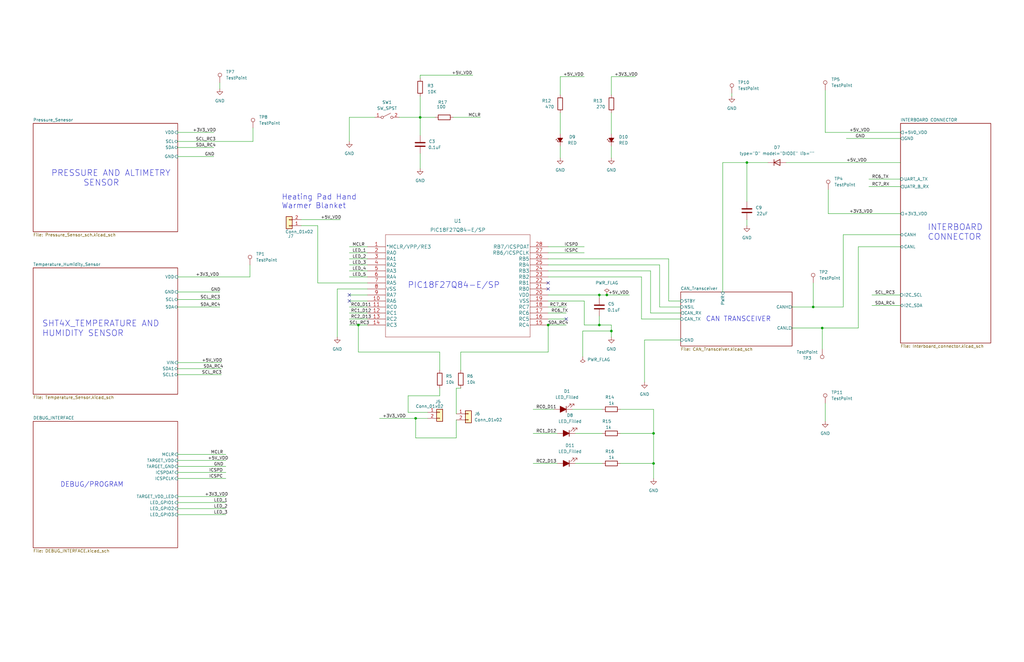
<source format=kicad_sch>
(kicad_sch (version 20211123) (generator eeschema)
  (paper "B")
  (title_block (title "ColodaroCUBE Payloads") (date "2022-01-26"))
  (lib_symbols
    (symbol "2022-01-25_01-41-04:PIC18F27Q84-E{slash}SP" (pin_names (offset 0.254))
      (property "Reference" "U" (at 38.1 10.16 0))
      (property "Value" "PIC18F27Q84-E{slash}SP" (at 38.1 7.62 0))
      (symbol "PIC18F27Q84-E{slash}SP_1_1"
        (polyline (pts (xy 7.62 -38.1) (xy 68.58 -38.1)) (stroke (width 0.127)))
        (polyline (pts (xy 7.62 5.08) (xy 7.62 -38.1)) (stroke (width 0.127)))
        (polyline (pts (xy 68.58 -38.1) (xy 68.58 5.08)) (stroke (width 0.127)))
        (polyline (pts (xy 68.58 5.08) (xy 7.62 5.08)) (stroke (width 0.127)))
        (pin bidirectional line (at 0 0 0) (length 7.62) (name "*MCLR/VPP/RE3") (number "1"))
        (pin bidirectional line (at 0 -22.86 0) (length 7.62) (name "RA6") (number "10"))
        (pin bidirectional line (at 0 -25.4 0) (length 7.62) (name "RC0") (number "11"))
        (pin bidirectional line (at 0 -27.94 0) (length 7.62) (name "RC1") (number "12"))
        (pin bidirectional line (at 0 -30.48 0) (length 7.62) (name "RC2") (number "13"))
        (pin bidirectional line (at 0 -33.02 0) (length 7.62) (name "RC3") (number "14"))
        (pin bidirectional line (at 76.2 -33.02 180) (length 7.62) (name "RC4") (number "15"))
        (pin bidirectional line (at 76.2 -30.48 180) (length 7.62) (name "RC5") (number "16"))
        (pin bidirectional line (at 76.2 -27.94 180) (length 7.62) (name "RC6") (number "17"))
        (pin bidirectional line (at 76.2 -25.4 180) (length 7.62) (name "RC7") (number "18"))
        (pin power_in line (at 76.2 -22.86 180) (length 7.62) (name "VSS") (number "19"))
        (pin bidirectional line (at 0 -2.54 0) (length 7.62) (name "RA0") (number "2"))
        (pin power_in line (at 76.2 -20.32 180) (length 7.62) (name "VDD") (number "20"))
        (pin bidirectional line (at 76.2 -17.78 180) (length 7.62) (name "RB0") (number "21"))
        (pin bidirectional line (at 76.2 -15.24 180) (length 7.62) (name "RB1") (number "22"))
        (pin bidirectional line (at 76.2 -12.7 180) (length 7.62) (name "RB2") (number "23"))
        (pin bidirectional line (at 76.2 -10.16 180) (length 7.62) (name "RB3") (number "24"))
        (pin bidirectional line (at 76.2 -7.62 180) (length 7.62) (name "RB4") (number "25"))
        (pin bidirectional line (at 76.2 -5.08 180) (length 7.62) (name "RB5") (number "26"))
        (pin bidirectional line (at 76.2 -2.54 180) (length 7.62) (name "RB6/ICSPCLK") (number "27"))
        (pin bidirectional line (at 76.2 0 180) (length 7.62) (name "RB7/ICSPDAT") (number "28"))
        (pin bidirectional line (at 0 -5.08 0) (length 7.62) (name "RA1") (number "3"))
        (pin bidirectional line (at 0 -7.62 0) (length 7.62) (name "RA2") (number "4"))
        (pin bidirectional line (at 0 -10.16 0) (length 7.62) (name "RA3") (number "5"))
        (pin bidirectional line (at 0 -12.7 0) (length 7.62) (name "RA4") (number "6"))
        (pin bidirectional line (at 0 -15.24 0) (length 7.62) (name "RA5") (number "7"))
        (pin power_in line (at 0 -17.78 0) (length 7.62) (name "VSS") (number "8"))
        (pin bidirectional line (at 0 -20.32 0) (length 7.62) (name "RA7") (number "9"))
      )
    )
    (symbol "Connector:TestPoint" (pin_numbers hide) (pin_names (offset 0.762) hide)
      (property "Reference" "TP" (at 0 6.858 0))
      (property "Value" "TestPoint" (at 0 5.08 0))
      (symbol "TestPoint_0_1"
        (circle (center 0 3.302) (radius 0.762))
      )
      (symbol "TestPoint_1_1"
        (pin passive line (at 0 0 90) (length 2.54) (name "1") (number "1"))
      )
    )
    (symbol "Connector_Generic:Conn_01x02" (pin_names (offset 1.016) hide)
      (property "Reference" "J" (at 0 2.54 0))
      (property "Value" "Conn_01x02" (at 0 -5.08 0))
      (symbol "Conn_01x02_1_1"
        (rectangle (start -1.27 -2.413) (end 0 -2.667) (stroke (width 0.1524)))
        (rectangle (start -1.27 0.127) (end 0 -0.127) (stroke (width 0.1524)))
        (rectangle (start -1.27 1.27) (end 1.27 -3.81) (stroke (width 0.254)) (fill (type background)))
        (pin passive line (at -5.08 0 0) (length 3.81) (name "Pin_1") (number "1"))
        (pin passive line (at -5.08 -2.54 0) (length 3.81) (name "Pin_2") (number "2"))
      )
    )
    (symbol "Device:C" (pin_numbers hide) (pin_names (offset 0.254))
      (property "Reference" "C" (at 0.635 2.54 0))
      (property "Value" "C" (at 0.635 -2.54 0))
      (symbol "C_0_1"
        (polyline (pts (xy -2.032 -0.762) (xy 2.032 -0.762)) (stroke (width 0.508)))
        (polyline (pts (xy -2.032 0.762) (xy 2.032 0.762)) (stroke (width 0.508)))
      )
      (symbol "C_1_1"
        (pin passive line (at 0 3.81 270) (length 2.794) (name "~") (number "1"))
        (pin passive line (at 0 -3.81 90) (length 2.794) (name "~") (number "2"))
      )
    )
    (symbol "Device:LED_Filled" (pin_numbers hide) (pin_names (offset 1.016) hide)
      (property "Reference" "D" (at 0 2.54 0))
      (property "Value" "LED_Filled" (at 0 -2.54 0))
      (symbol "LED_Filled_0_1"
        (polyline (pts (xy -1.27 -1.27) (xy -1.27 1.27)) (stroke (width 0.254)))
        (polyline (pts (xy -1.27 0) (xy 1.27 0)))
        (polyline (pts (xy 1.27 -1.27) (xy 1.27 1.27) (xy -1.27 0) (xy 1.27 -1.27)) (stroke (width 0.254)) (fill (type outline)))
        (polyline (pts (xy -3.048 -0.762) (xy -4.572 -2.286) (xy -3.81 -2.286) (xy -4.572 -2.286) (xy -4.572 -1.524)))
        (polyline (pts (xy -1.778 -0.762) (xy -3.302 -2.286) (xy -2.54 -2.286) (xy -3.302 -2.286) (xy -3.302 -1.524)))
      )
      (symbol "LED_Filled_1_1"
        (pin passive line (at -3.81 0 0) (length 2.54) (name "K") (number "1"))
        (pin passive line (at 3.81 0 180) (length 2.54) (name "A") (number "2"))
      )
    )
    (symbol "Device:LED_Small_Filled" (pin_numbers hide) (pin_names (offset 0.254) hide)
      (property "Reference" "D" (at -1.27 3.175 0))
      (property "Value" "LED_Small_Filled" (at -4.445 -2.54 0))
      (symbol "LED_Small_Filled_0_1"
        (polyline (pts (xy -0.762 -1.016) (xy -0.762 1.016)) (stroke (width 0.254)))
        (polyline (pts (xy 1.016 0) (xy -0.762 0)))
        (polyline (pts (xy 0.762 -1.016) (xy -0.762 0) (xy 0.762 1.016) (xy 0.762 -1.016)) (stroke (width 0.254)) (fill (type outline)))
        (polyline (pts (xy 0 0.762) (xy -0.508 1.27) (xy -0.254 1.27) (xy -0.508 1.27) (xy -0.508 1.016)))
        (polyline (pts (xy 0.508 1.27) (xy 0 1.778) (xy 0.254 1.778) (xy 0 1.778) (xy 0 1.524)))
      )
      (symbol "LED_Small_Filled_1_1"
        (pin passive line (at -2.54 0 0) (length 1.778) (name "K") (number "1"))
        (pin passive line (at 2.54 0 180) (length 1.778) (name "A") (number "2"))
      )
    )
    (symbol "Device:R" (pin_numbers hide) (pin_names (offset 0))
      (property "Reference" "R" (at 2.032 0 90))
      (property "Value" "R" (at 0 0 90))
      (symbol "R_0_1"
        (rectangle (start -1.016 -2.54) (end 1.016 2.54) (stroke (width 0.254)))
      )
      (symbol "R_1_1"
        (pin passive line (at 0 3.81 270) (length 1.27) (name "~") (number "1"))
        (pin passive line (at 0 -3.81 90) (length 1.27) (name "~") (number "2"))
      )
    )
    (symbol "Simulation_SPICE:DIODE" (pin_numbers hide) (pin_names (offset 1.016) hide)
      (property "Reference" "D" (at 0 2.54 0))
      (property "Value" "DIODE" (at 0 -2.54 0))
      (symbol "DIODE_0_1"
        (polyline (pts (xy 1.27 0) (xy -1.27 0)))
        (polyline (pts (xy 1.27 1.27) (xy 1.27 -1.27)) (stroke (width 0.254)))
        (polyline (pts (xy -1.27 -1.27) (xy -1.27 1.27) (xy 1.27 0) (xy -1.27 -1.27)) (stroke (width 0.254)))
      )
      (symbol "DIODE_1_1"
        (pin passive line (at -3.81 0 0) (length 2.54) (name "A") (number "1"))
        (pin passive line (at 3.81 0 180) (length 2.54) (name "K") (number "2"))
      )
    )
    (symbol "Switch:SW_SPST" (pin_names (offset 0) hide)
      (property "Reference" "SW" (at 0 3.175 0))
      (property "Value" "SW_SPST" (at 0 -2.54 0))
      (symbol "SW_SPST_0_0"
        (circle (center -2.032 0) (radius 0.508))
        (polyline (pts (xy -1.524 0.254) (xy 1.524 1.778)))
        (circle (center 2.032 0) (radius 0.508))
      )
      (symbol "SW_SPST_1_1"
        (pin passive line (at -5.08 0 0) (length 2.54) (name "A") (number "1"))
        (pin passive line (at 5.08 0 180) (length 2.54) (name "B") (number "2"))
      )
    )
    (symbol "power:GND" (power) (pin_names (offset 0))
      (property "Value" "GND" (at 0 -3.81 0))
      (symbol "GND_0_1"
        (polyline (pts (xy 0 0) (xy 0 -1.27) (xy 1.27 -1.27) (xy 0 -2.54) (xy -1.27 -1.27) (xy 0 -1.27)))
      )
      (symbol "GND_1_1"
        (pin power_in line (at 0 0 270) (length 0) hide (name "GND") (number "1"))
      )
    )
    (symbol "power:PWR_FLAG" (power) (pin_numbers hide) (pin_names (offset 0) hide)
      (property "Value" "PWR_FLAG" (at 0 3.81 0))
      (symbol "PWR_FLAG_0_0"
        (pin power_out line (at 0 0 90) (length 0) (name "pwr") (number "1"))
      )
      (symbol "PWR_FLAG_0_1"
        (polyline (pts (xy 0 0) (xy 0 1.27) (xy -1.016 1.905) (xy 0 2.54) (xy 1.016 1.905) (xy 0 1.27)))
      )
    )
  )
  (junction (at 275.59 195.58))
  (junction (at 177.165 49.53))
  (junction (at 255.905 124.46))
  (junction (at 275.59 182.88))
  (junction (at 252.73 137.16))
  (junction (at 342.9 129.54))
  (junction (at 252.73 124.46))
  (junction (at 257.81 139.7))
  (junction (at 151.13 137.16))
  (junction (at 175.26 176.53))
  (junction (at 346.71 138.43))
  (junction (at 314.96 68.58))
  (junction (at 231.14 137.16))
  (no_connect (at 231.14 119.38))
  (no_connect (at 231.14 121.92))
  (no_connect (at 238.76 134.62))
  (no_connect (at 147.32 124.46))
  (no_connect (at 147.32 127))
  (wire (pts (xy 366.395 75.565) (xy 379.73 75.565)))
  (wire (pts (xy 127 95.25) (xy 133.985 95.25)))
  (wire (pts (xy 177.165 49.53) (xy 183.515 49.53)))
  (wire (pts (xy 74.93 126.365) (xy 92.71 126.365)))
  (wire (pts (xy 278.13 111.76) (xy 278.13 129.54)))
  (wire (pts (xy 355.6 99.06) (xy 355.6 129.54)))
  (wire (pts (xy 192.405 163.83) (xy 194.31 163.83)))
  (wire (pts (xy 74.93 201.93) (xy 95.25 201.93)))
  (wire (pts (xy 175.26 176.53) (xy 180.34 176.53)))
  (wire (pts (xy 147.32 132.08) (xy 154.94 132.08)))
  (wire (pts (xy 147.32 127) (xy 154.94 127)))
  (wire (pts (xy 74.93 209.55) (xy 95.25 209.55)))
  (wire (pts (xy 367.665 128.905) (xy 379.73 128.905)))
  (wire (pts (xy 231.14 104.14) (xy 246.38 104.14)))
  (wire (pts (xy 74.93 199.39) (xy 95.25 199.39)))
  (wire (pts (xy 192.405 177.165) (xy 192.405 184.785)))
  (wire (pts (xy 231.14 114.3) (xy 274.32 114.3)))
  (wire (pts (xy 147.32 116.84) (xy 154.94 116.84)))
  (wire (pts (xy 304.8 68.58) (xy 304.8 123.19)))
  (wire (pts (xy 236.22 40.005) (xy 236.22 32.385)))
  (wire (pts (xy 242.57 182.88) (xy 254 182.88)))
  (wire (pts (xy 342.9 119.38) (xy 342.9 129.54)))
  (wire (pts (xy 74.93 212.09) (xy 95.25 212.09)))
  (wire (pts (xy 224.79 195.58) (xy 234.95 195.58)))
  (wire (pts (xy 274.32 132.08) (xy 287.02 132.08)))
  (wire (pts (xy 185.42 156.21) (xy 185.42 148.59)))
  (wire (pts (xy 255.905 124.46) (xy 265.43 124.46)))
  (wire (pts (xy 192.405 174.625) (xy 192.405 163.83)))
  (wire (pts (xy 192.405 184.785) (xy 175.26 184.785)))
  (wire (pts (xy 177.165 64.77) (xy 177.165 71.12)))
  (wire (pts (xy 133.985 95.25) (xy 133.985 119.38)))
  (wire (pts (xy 231.14 106.68) (xy 246.38 106.68)))
  (wire (pts (xy 224.79 172.72) (xy 233.68 172.72)))
  (wire (pts (xy 257.81 47.625) (xy 257.81 56.515)))
  (wire (pts (xy 74.93 217.17) (xy 95.25 217.17)))
  (wire (pts (xy 367.665 124.46) (xy 379.73 124.46)))
  (wire (pts (xy 236.22 47.625) (xy 236.22 56.515)))
  (wire (pts (xy 349.25 90.17) (xy 379.73 90.17)))
  (wire (pts (xy 281.94 109.22) (xy 281.94 127)))
  (wire (pts (xy 281.94 127) (xy 287.02 127)))
  (wire (pts (xy 177.165 31.75) (xy 199.39 31.75)))
  (wire (pts (xy 349.25 80.01) (xy 349.25 90.17)))
  (wire (pts (xy 356.87 58.42) (xy 379.73 58.42)))
  (wire (pts (xy 275.59 182.88) (xy 275.59 195.58)))
  (wire (pts (xy 177.165 33.02) (xy 177.165 31.75)))
  (wire (pts (xy 147.32 137.16) (xy 151.13 137.16)))
  (wire (pts (xy 147.32 114.3) (xy 154.94 114.3)))
  (wire (pts (xy 151.13 148.59) (xy 151.13 137.16)))
  (wire (pts (xy 257.81 137.16) (xy 252.73 137.16)))
  (wire (pts (xy 177.165 49.53) (xy 177.165 57.15)))
  (wire (pts (xy 74.93 129.54) (xy 92.71 129.54)))
  (wire (pts (xy 257.81 61.595) (xy 257.81 66.675)))
  (wire (pts (xy 231.14 129.54) (xy 238.76 129.54)))
  (wire (pts (xy 275.59 195.58) (xy 275.59 201.93)))
  (wire (pts (xy 151.13 137.16) (xy 154.94 137.16)))
  (wire (pts (xy 74.93 59.69) (xy 106.68 59.69)))
  (wire (pts (xy 74.93 55.88) (xy 90.17 55.88)))
  (wire (pts (xy 74.93 191.77) (xy 95.25 191.77)))
  (wire (pts (xy 231.14 137.16) (xy 238.76 137.16)))
  (wire (pts (xy 261.62 172.72) (xy 275.59 172.72)))
  (wire (pts (xy 346.71 138.43) (xy 346.71 147.32)))
  (wire (pts (xy 147.32 124.46) (xy 154.94 124.46)))
  (wire (pts (xy 261.62 182.88) (xy 275.59 182.88)))
  (wire (pts (xy 270.51 134.62) (xy 287.02 134.62)))
  (wire (pts (xy 172.085 173.99) (xy 180.34 173.99)))
  (wire (pts (xy 147.32 134.62) (xy 154.94 134.62)))
  (wire (pts (xy 105.41 111.76) (xy 105.41 116.84)))
  (wire (pts (xy 242.57 195.58) (xy 254 195.58)))
  (wire (pts (xy 274.32 114.3) (xy 274.32 132.08)))
  (wire (pts (xy 142.24 121.92) (xy 142.24 142.24)))
  (wire (pts (xy 231.14 134.62) (xy 238.76 134.62)))
  (wire (pts (xy 347.98 55.88) (xy 379.73 55.88)))
  (wire (pts (xy 231.14 127) (xy 246.38 127)))
  (wire (pts (xy 246.38 127) (xy 246.38 137.16)))
  (wire (pts (xy 261.62 195.58) (xy 275.59 195.58)))
  (wire (pts (xy 257.81 32.385) (xy 267.97 32.385)))
  (wire (pts (xy 147.32 129.54) (xy 154.94 129.54)))
  (wire (pts (xy 194.31 148.59) (xy 231.14 148.59)))
  (wire (pts (xy 231.14 109.22) (xy 281.94 109.22)))
  (wire (pts (xy 224.79 182.88) (xy 234.95 182.88)))
  (wire (pts (xy 74.93 66.04) (xy 90.17 66.04)))
  (wire (pts (xy 74.93 158.115) (xy 93.345 158.115)))
  (wire (pts (xy 127 92.71) (xy 143.51 92.71)))
  (wire (pts (xy 346.71 138.43) (xy 361.95 138.43)))
  (wire (pts (xy 361.95 104.14) (xy 361.95 138.43)))
  (wire (pts (xy 236.22 61.595) (xy 236.22 66.675)))
  (wire (pts (xy 74.93 196.85) (xy 95.25 196.85)))
  (wire (pts (xy 355.6 99.06) (xy 379.73 99.06)))
  (wire (pts (xy 185.42 163.83) (xy 185.42 167.005)))
  (wire (pts (xy 158.115 49.53) (xy 147.32 49.53)))
  (wire (pts (xy 245.745 150.495) (xy 245.745 139.7)))
  (wire (pts (xy 74.93 62.23) (xy 90.17 62.23)))
  (wire (pts (xy 278.13 129.54) (xy 287.02 129.54)))
  (wire (pts (xy 194.31 156.21) (xy 194.31 148.59)))
  (wire (pts (xy 304.8 68.58) (xy 314.96 68.58)))
  (wire (pts (xy 314.96 92.71) (xy 314.96 95.25)))
  (wire (pts (xy 231.14 116.84) (xy 270.51 116.84)))
  (wire (pts (xy 185.42 167.005) (xy 172.085 167.005)))
  (wire (pts (xy 168.275 49.53) (xy 177.165 49.53)))
  (wire (pts (xy 257.81 139.7) (xy 257.81 142.24)))
  (wire (pts (xy 231.14 124.46) (xy 252.73 124.46)))
  (wire (pts (xy 366.395 78.74) (xy 379.73 78.74)))
  (wire (pts (xy 147.32 49.53) (xy 147.32 59.69)))
  (wire (pts (xy 147.32 109.22) (xy 154.94 109.22)))
  (wire (pts (xy 231.14 132.08) (xy 238.76 132.08)))
  (wire (pts (xy 361.95 104.14) (xy 379.73 104.14)))
  (wire (pts (xy 175.26 184.785) (xy 175.26 176.53)))
  (wire (pts (xy 347.98 38.1) (xy 347.98 55.88)))
  (wire (pts (xy 92.71 34.925) (xy 92.71 37.465)))
  (wire (pts (xy 270.51 116.84) (xy 270.51 134.62)))
  (wire (pts (xy 252.73 124.46) (xy 252.73 125.73)))
  (wire (pts (xy 334.01 129.54) (xy 342.9 129.54)))
  (wire (pts (xy 308.61 39.37) (xy 308.61 40.64)))
  (wire (pts (xy 314.96 68.58) (xy 314.96 85.09)))
  (wire (pts (xy 74.93 116.84) (xy 105.41 116.84)))
  (wire (pts (xy 74.93 194.31) (xy 95.25 194.31)))
  (wire (pts (xy 74.93 155.575) (xy 93.345 155.575)))
  (wire (pts (xy 147.32 106.68) (xy 154.94 106.68)))
  (wire (pts (xy 106.68 53.975) (xy 106.68 59.69)))
  (wire (pts (xy 257.81 137.16) (xy 257.81 139.7)))
  (wire (pts (xy 142.24 121.92) (xy 154.94 121.92)))
  (wire (pts (xy 241.3 172.72) (xy 254 172.72)))
  (wire (pts (xy 347.98 170.18) (xy 347.98 177.8)))
  (wire (pts (xy 257.81 40.005) (xy 257.81 32.385)))
  (wire (pts (xy 271.78 143.51) (xy 271.78 161.29)))
  (wire (pts (xy 252.73 133.35) (xy 252.73 137.16)))
  (wire (pts (xy 185.42 148.59) (xy 151.13 148.59)))
  (wire (pts (xy 231.14 111.76) (xy 278.13 111.76)))
  (wire (pts (xy 236.22 32.385) (xy 246.38 32.385)))
  (wire (pts (xy 252.73 124.46) (xy 255.905 124.46)))
  (wire (pts (xy 133.985 119.38) (xy 154.94 119.38)))
  (wire (pts (xy 275.59 172.72) (xy 275.59 182.88)))
  (wire (pts (xy 74.93 153.035) (xy 93.345 153.035)))
  (wire (pts (xy 231.14 148.59) (xy 231.14 137.16)))
  (wire (pts (xy 177.165 40.64) (xy 177.165 49.53)))
  (wire (pts (xy 147.32 104.14) (xy 154.94 104.14)))
  (wire (pts (xy 271.78 143.51) (xy 287.02 143.51)))
  (wire (pts (xy 147.32 111.76) (xy 154.94 111.76)))
  (wire (pts (xy 74.93 214.63) (xy 95.25 214.63)))
  (wire (pts (xy 245.745 139.7) (xy 257.81 139.7)))
  (wire (pts (xy 314.96 68.58) (xy 323.85 68.58)))
  (wire (pts (xy 172.085 167.005) (xy 172.085 173.99)))
  (wire (pts (xy 342.9 129.54) (xy 355.6 129.54)))
  (wire (pts (xy 246.38 137.16) (xy 252.73 137.16)))
  (wire (pts (xy 160.02 176.53) (xy 175.26 176.53)))
  (wire (pts (xy 331.47 68.58) (xy 379.73 68.58)))
  (wire (pts (xy 334.01 138.43) (xy 346.71 138.43)))
  (wire (pts (xy 191.135 49.53) (xy 202.565 49.53)))
  (wire (pts (xy 74.93 123.19) (xy 92.71 123.19)))
  (text "PRESSURE AND ALTIMETRY \n       SENSOR" (at 21.59 78.74 0) (effects (font (size 2.54 2.54)) (justify left bottom)))
  (text "PIC18F27Q84-E/SP" (at 210.82 121.92 180) (effects (font (size 2.54 2.54)) (justify right bottom)))
  (text "DEBUG/PROGRAM" (at 25.4 205.74 0) (effects (font (size 2.032 2.032)) (justify left bottom)))
  (text "Heating Pad Hand \nWarmer Blanket " (at 118.745 88.265 0) (effects (font (size 2.286 2.286)) (justify left bottom)))
  (text "CAN TRANSCEIVER" (at 325.12 135.89 180) (effects (font (size 2.032 2.032)) (justify right bottom)))
  (text "INTERBOARD \nCONNECTOR" (at 391.16 101.6 0) (effects (font (size 2.54 2.54)) (justify left bottom)))
  (text "SHT4X_TEMPERATURE AND\nHUMIDITY SENSOR" (at 17.78 142.24 0) (effects (font (size 2.54 2.54)) (justify left bottom)))
  (label "LED_1" (at 148.59 106.68 0))
  (label "RC0_D11" (at 226.06 172.72 0))
  (label "RC7_RX" (at 367.665 78.74 0))
  (label "RC7_RX" (at 231.775 129.54 0))
  (label "LED_3" (at 148.59 111.76 0))
  (label "SDA_RC4" (at 82.55 62.23 0))
  (label "RC0_D11" (at 147.955 129.54 0))
  (label "SCL_RC3" (at 368.935 124.46 0))
  (label "GND" (at 90.17 196.85 0))
  (label "+3V3_VDD" (at 81.28 55.88 0))
  (label "+5V_VDD" (at 190.5 31.75 0))
  (label "+5V_VDD" (at 237.49 32.385 0))
  (label "+5V_VDD" (at 135.255 92.71 0))
  (label "+5V_VDD" (at 356.87 68.58 0))
  (label "SCL_RC3" (at 84.455 126.365 0))
  (label "SCL_RC3" (at 85.09 158.115 0))
  (label "MCLR" (at 148.59 104.14 0))
  (label "ICSPD" (at 93.98 199.39 180))
  (label "LED_4" (at 148.59 114.3 0))
  (label "GND" (at 88.9 123.19 0))
  (label "+3V3_VDD" (at 358.14 90.17 0))
  (label "+5V_VDD" (at 256.54 124.46 0))
  (label "ICSPC" (at 93.98 201.93 180))
  (label "RC6_TX" (at 232.41 132.08 0))
  (label "SDA_RC4" (at 84.455 129.54 0))
  (label "RC1_D12" (at 147.955 132.08 0))
  (label "RC2_D13" (at 226.06 195.58 0))
  (label "GND" (at 360.68 58.42 0))
  (label "LED_2" (at 148.59 109.22 0))
  (label "+5V_VDD" (at 85.09 153.035 0))
  (label "+5V_VDD" (at 358.14 55.88 0))
  (label "SDA_RC4" (at 231.14 137.16 0))
  (label "MCLR" (at 197.485 49.53 0))
  (label "SDA_RC4" (at 368.935 128.905 0))
  (label "+3V3_VDD" (at 86.36 209.55 0))
  (label "MCLR" (at 88.9 191.77 0))
  (label "SCL_RC3" (at 147.32 137.16 0))
  (label "GND" (at 86.36 66.04 0))
  (label "LED_1" (at 90.17 212.09 0))
  (label "ICSPC" (at 243.84 106.68 180))
  (label "SDA_RC4" (at 85.725 155.575 0))
  (label "SCL_RC3" (at 82.55 59.69 0))
  (label "RC1_D12" (at 226.06 182.88 0))
  (label "LED_5" (at 148.59 116.84 0))
  (label "RC6_TX" (at 367.665 75.565 0))
  (label "+5V_VDD" (at 87.63 194.31 0))
  (label "+3V3_VDD" (at 161.29 176.53 0))
  (label "RC2_D13" (at 147.955 134.62 0))
  (label "LED_2" (at 90.17 214.63 0))
  (label "LED_3" (at 90.17 217.17 0))
  (label "ICSPD" (at 243.84 104.14 180))
  (label "+3V3_VDD" (at 82.55 116.84 0))
  (label "+3V3_VDD" (at 259.08 32.385 0))
  (symbol (lib_id "power:PWR_FLAG") (at 245.745 150.495 180) (unit 1)
    (property "Reference" "#FLG0104" (effects hide))
    (property "Value" "PWR_FLAG" (at 247.65 151.7649 0) (effects (justify right)))
  )
  (symbol (lib_id "Device:LED_Small_Filled") (at 257.81 59.055 90) (unit 1)
    (property "Reference" "D10" (at 262.89 57.785 90))
    (property "Value" "RED" (at 262.89 60.325 90))
    (property "Footprint" "LED_SMD:LED_0603_1608Metric_Pad1.05x0.95mm_HandSolder" (effects hide))
  )
  (symbol (lib_id "power:GND") (at 142.24 142.24 0) (unit 1)
    (property "Reference" "#PWR0102" (effects hide))
    (property "Value" "GND" (at 142.24 147.32 0))
  )
  (symbol (lib_id "Switch:SW_SPST") (at 163.195 49.53 0) (unit 1)
    (property "Reference" "SW1" (at 163.195 43.18 0))
    (property "Value" "SW_SPST" (at 163.195 45.72 0))
    (property "Footprint" "Button_Switch_SMD:SW_Push_SPST_NO_Alps_SKRK" (effects hide))
  )
  (symbol (lib_id "2022-01-25_01-41-04:PIC18F27Q84-E{slash}SP") (at 154.94 104.14 0) (unit 1)
    (property "Reference" "U1" (at 193.04 93.218 0) (effects (font (size 1.524 1.524))))
    (property "Value" "PIC18F27Q84-E/SP" (at 193.04 97.028 0) (effects (font (size 1.524 1.524))))
    (property "Footprint" "footprintsSP:PIC18F27Q84-E&slash_SP" (effects hide))
  )
  (symbol (lib_id "Connector:TestPoint") (at 106.68 53.975 0) (unit 1)
    (property "Reference" "TP8" (at 109.22 49.4029 0) (effects (justify left)))
    (property "Value" "TestPoint" (at 109.22 51.9429 0) (effects (justify left)))
    (property "Footprint" "TestPoint:TestPoint_2Pads_Pitch2.54mm_Drill0.8mm" (effects hide))
  )
  (symbol (lib_id "Device:LED_Small_Filled") (at 236.22 59.055 90) (unit 1)
    (property "Reference" "D9" (at 241.3 57.785 90))
    (property "Value" "RED" (at 241.3 60.325 90))
    (property "Footprint" "LED_SMD:LED_0603_1608Metric_Pad1.05x0.95mm_HandSolder" (effects hide))
  )
  (symbol (lib_id "Device:C") (at 314.96 88.9 180) (unit 1)
    (property "Reference" "C9" (at 321.31 87.63 0) (effects (justify left)))
    (property "Value" "22uF" (at 323.85 90.17 0) (effects (justify left)))
    (property "Footprint" "Capacitor_SMD:C_0603_1608Metric_Pad1.08x0.95mm_HandSolder" (effects hide))
    (property "Voltage" "25V" (effects hide))
    (property "Mfr. #" "CL10B104KA8NNNC" (effects hide))
    (property "Order" "https://www.digikey.com/product-detail/en/samsung-electro-mechanics/CL10B104KA8NNNC/1276-1006-1-ND/3889092" (effects hide))
  )
  (symbol (lib_id "Connector:TestPoint") (at 347.98 170.18 0) (unit 1)
    (property "Reference" "TP11" (at 350.52 165.6079 0) (effects (justify left)))
    (property "Value" "TestPoint" (at 350.52 168.1479 0) (effects (justify left)))
    (property "Footprint" "TestPoint:TestPoint_2Pads_Pitch2.54mm_Drill0.8mm" (effects hide))
  )
  (symbol (lib_id "power:GND") (at 314.96 95.25 0) (unit 1)
    (property "Reference" "#PWR04" (effects hide))
    (property "Value" "GND" (at 314.96 100.33 0))
  )
  (symbol (lib_id "Connector:TestPoint") (at 105.41 111.76 0) (unit 1)
    (property "Reference" "TP1" (at 107.95 107.1879 0) (effects (justify left)))
    (property "Value" "TestPoint" (at 107.95 109.7279 0) (effects (justify left)))
    (property "Footprint" "TestPoint:TestPoint_2Pads_Pitch2.54mm_Drill0.8mm" (effects hide))
  )
  (symbol (lib_id "Device:C") (at 177.165 60.96 180) (unit 1)
    (property "Reference" "C3" (at 183.515 59.69 0) (effects (justify left)))
    (property "Value" "0.1uF" (at 186.055 62.23 0) (effects (justify left)))
    (property "Footprint" "Capacitor_SMD:C_0603_1608Metric_Pad1.08x0.95mm_HandSolder" (effects hide))
    (property "Voltage" "25V" (effects hide))
    (property "Mfr. #" "CL10B104KA8NNNC" (effects hide))
    (property "Order" "https://www.digikey.com/product-detail/en/samsung-electro-mechanics/CL10B104KA8NNNC/1276-1006-1-ND/3889092" (effects hide))
  )
  (symbol (lib_id "Connector:TestPoint") (at 349.25 80.01 0) (unit 1)
    (property "Reference" "TP4" (at 351.79 75.4379 0) (effects (justify left)))
    (property "Value" "TestPoint" (at 351.79 77.9779 0) (effects (justify left)))
    (property "Footprint" "TestPoint:TestPoint_2Pads_Pitch2.54mm_Drill0.8mm" (effects hide))
  )
  (symbol (lib_id "Device:R") (at 257.81 195.58 90) (unit 1)
    (property "Reference" "R16" (at 259.08 190.5 90) (effects (justify left)))
    (property "Value" "1k" (at 259.08 193.04 90) (effects (justify left)))
    (property "Footprint" "Resistor_SMD:R_0603_1608Metric_Pad0.98x0.95mm_HandSolder" (effects hide))
  )
  (symbol (lib_id "power:GND") (at 92.71 37.465 0) (unit 1)
    (property "Reference" "#PWR06" (effects hide))
    (property "Value" "GND" (at 92.71 42.545 0))
  )
  (symbol (lib_id "power:GND") (at 347.98 177.8 0) (unit 1)
    (property "Reference" "#PWR0103" (effects hide))
    (property "Value" "GND" (at 347.98 182.88 0))
  )
  (symbol (lib_id "Device:LED_Filled") (at 238.76 195.58 180) (unit 1)
    (property "Reference" "D11" (at 240.3475 187.96 0))
    (property "Value" "LED_Filled" (at 240.3475 190.5 0))
    (property "Footprint" "LED_SMD:LED_1206_3216Metric_Pad1.42x1.75mm_HandSolder" (effects hide))
  )
  (symbol (lib_id "power:GND") (at 257.81 66.675 0) (unit 1)
    (property "Reference" "#PWR011" (effects hide))
    (property "Value" "GND" (at 257.81 71.755 0))
  )
  (symbol (lib_id "Connector:TestPoint") (at 347.98 38.1 0) (unit 1)
    (property "Reference" "TP5" (at 350.52 33.5279 0) (effects (justify left)))
    (property "Value" "TestPoint" (at 350.52 36.0679 0) (effects (justify left)))
    (property "Footprint" "TestPoint:TestPoint_2Pads_Pitch2.54mm_Drill0.8mm" (effects hide))
  )
  (symbol (lib_id "Device:R") (at 236.22 43.815 180) (unit 1)
    (property "Reference" "R12" (at 232.41 42.545 0) (effects (justify left)))
    (property "Value" "470" (at 233.68 45.085 0) (effects (justify left)))
    (property "Footprint" "Resistor_SMD:R_0603_1608Metric_Pad0.98x0.95mm_HandSolder" (effects hide))
  )
  (symbol (lib_id "Device:LED_Filled") (at 238.76 182.88 180) (unit 1)
    (property "Reference" "D8" (at 240.3475 175.26 0))
    (property "Value" "LED_Filled" (at 240.3475 177.8 0))
    (property "Footprint" "LED_SMD:LED_1206_3216Metric_Pad1.42x1.75mm_HandSolder" (effects hide))
  )
  (symbol (lib_id "power:GND") (at 275.59 201.93 0) (unit 1)
    (property "Reference" "#PWR012" (effects hide))
    (property "Value" "GND" (at 275.59 207.01 0))
  )
  (symbol (lib_id "Simulation_SPICE:DIODE") (at 327.66 68.58 180) (unit 1)
    (property "Reference" "D7" (at 327.66 62.23 0))
    (property "Value" "DIODE" (at 327.66 64.77 0))
    (property "Footprint" "Diode_SMD:D_0805_2012Metric_Pad1.15x1.40mm_HandSolder" (effects hide))
    (property "Spice_Netlist_Enabled" "Y" (effects hide))
    (property "Spice_Primitive" "D" (effects hide))
  )
  (symbol (lib_id "power:GND") (at 257.81 142.24 0) (unit 1)
    (property "Reference" "#PWR03" (effects hide))
    (property "Value" "GND" (at 257.81 147.32 0))
  )
  (symbol (lib_id "Connector_Generic:Conn_01x02") (at 185.42 173.99 0) (unit 1)
    (property "Reference" "J5" (at 183.515 169.545 0) (effects (justify left)))
    (property "Value" "Conn_01x02" (at 175.26 171.45 0) (effects (justify left)))
    (property "Footprint" "Connector_PinHeader_2.54mm:PinHeader_1x02_P2.54mm_Vertical" (effects hide))
  )
  (symbol (lib_id "Connector_Generic:Conn_01x02") (at 121.92 95.25 180) (unit 1)
    (property "Reference" "J7" (at 123.825 99.695 0) (effects (justify left)))
    (property "Value" "Conn_01x02" (at 132.08 97.79 0) (effects (justify left)))
    (property "Footprint" "Connector_PinHeader_2.54mm:PinHeader_1x02_P2.54mm_Vertical" (effects hide))
  )
  (symbol (lib_id "Device:R") (at 177.165 36.83 180) (unit 1)
    (property "Reference" "R3" (at 182.88 36.195 0) (effects (justify left)))
    (property "Value" "10K" (at 184.15 38.735 0) (effects (justify left)))
    (property "Footprint" "Resistor_SMD:R_0603_1608Metric_Pad0.98x0.95mm_HandSolder" (effects hide))
  )
  (symbol (lib_id "Device:R") (at 257.81 43.815 180) (unit 1)
    (property "Reference" "R13" (at 254 42.545 0) (effects (justify left)))
    (property "Value" "270" (at 255.27 45.085 0) (effects (justify left)))
    (property "Footprint" "Resistor_SMD:R_0603_1608Metric_Pad0.98x0.95mm_HandSolder" (effects hide))
  )
  (symbol (lib_id "Device:LED_Filled") (at 237.49 172.72 180) (unit 1)
    (property "Reference" "D1" (at 239.0775 165.1 0))
    (property "Value" "LED_Filled" (at 239.0775 167.64 0))
    (property "Footprint" "LED_SMD:LED_1206_3216Metric_Pad1.42x1.75mm_HandSolder" (effects hide))
  )
  (symbol (lib_id "Device:R") (at 257.81 172.72 90) (unit 1)
    (property "Reference" "R14" (at 259.08 167.64 90) (effects (justify left)))
    (property "Value" "1k" (at 259.08 170.18 90) (effects (justify left)))
    (property "Footprint" "Resistor_SMD:R_0603_1608Metric_Pad0.98x0.95mm_HandSolder" (effects hide))
  )
  (symbol (lib_id "Connector:TestPoint") (at 346.71 147.32 180) (unit 1)
    (property "Reference" "TP3" (at 340.36 151.13 0))
    (property "Value" "TestPoint" (at 340.36 148.59 0))
    (property "Footprint" "TestPoint:TestPoint_2Pads_Pitch2.54mm_Drill0.8mm" (effects hide))
  )
  (symbol (lib_id "Connector:TestPoint") (at 342.9 119.38 0) (unit 1)
    (property "Reference" "TP2" (at 345.44 114.8079 0) (effects (justify left)))
    (property "Value" "TestPoint" (at 345.44 117.3479 0) (effects (justify left)))
    (property "Footprint" "TestPoint:TestPoint_2Pads_Pitch2.54mm_Drill0.8mm" (effects hide))
  )
  (symbol (lib_id "Device:R") (at 194.31 160.02 0) (unit 1)
    (property "Reference" "R6" (at 196.85 158.7499 0) (effects (justify left)))
    (property "Value" "10k" (at 196.85 161.2899 0) (effects (justify left)))
    (property "Footprint" "Resistor_SMD:R_0603_1608Metric_Pad0.98x0.95mm_HandSolder" (effects hide))
  )
  (symbol (lib_id "Connector:TestPoint") (at 92.71 34.925 0) (unit 1)
    (property "Reference" "TP7" (at 95.25 30.3529 0) (effects (justify left)))
    (property "Value" "TestPoint" (at 95.25 32.8929 0) (effects (justify left)))
    (property "Footprint" "TestPoint:TestPoint_2Pads_Pitch2.54mm_Drill0.8mm" (effects hide))
  )
  (symbol (lib_id "Connector:TestPoint") (at 308.61 39.37 0) (unit 1)
    (property "Reference" "TP10" (at 311.15 34.7979 0) (effects (justify left)))
    (property "Value" "TestPoint" (at 311.15 37.3379 0) (effects (justify left)))
    (property "Footprint" "TestPoint:TestPoint_2Pads_Pitch2.54mm_Drill0.8mm" (effects hide))
  )
  (symbol (lib_id "power:GND") (at 236.22 66.675 0) (unit 1)
    (property "Reference" "#PWR010" (effects hide))
    (property "Value" "GND" (at 236.22 71.755 0))
  )
  (symbol (lib_id "power:GND") (at 177.165 71.12 0) (unit 1)
    (property "Reference" "#PWR02" (effects hide))
    (property "Value" "GND" (at 177.165 76.2 0))
  )
  (symbol (lib_id "power:GND") (at 271.78 161.29 0) (unit 1)
    (property "Reference" "#PWR0101" (effects hide))
    (property "Value" "GND" (at 271.78 166.37 0))
  )
  (symbol (lib_id "Device:R") (at 185.42 160.02 0) (unit 1)
    (property "Reference" "R5" (at 187.96 158.7499 0) (effects (justify left)))
    (property "Value" "10k" (at 187.96 161.2899 0) (effects (justify left)))
    (property "Footprint" "Resistor_SMD:R_0603_1608Metric_Pad0.98x0.95mm_HandSolder" (effects hide))
  )
  (symbol (lib_id "power:GND") (at 147.32 59.69 0) (unit 1)
    (property "Reference" "#PWR01" (effects hide))
    (property "Value" "GND" (at 147.32 64.77 0))
  )
  (symbol (lib_id "power:GND") (at 308.61 40.64 0) (unit 1)
    (property "Reference" "#PWR08" (effects hide))
    (property "Value" "GND" (at 308.61 45.72 0))
  )
  (symbol (lib_id "power:PWR_FLAG") (at 255.905 124.46 0) (unit 1)
    (property "Reference" "#FLG0101" (effects hide))
    (property "Value" "PWR_FLAG" (at 255.905 119.38 0))
  )
  (symbol (lib_id "Device:C") (at 252.73 129.54 180) (unit 1)
    (property "Reference" "C5" (at 259.08 128.27 0) (effects (justify left)))
    (property "Value" "0.1uF" (at 261.62 130.81 0) (effects (justify left)))
    (property "Footprint" "Capacitor_SMD:C_0603_1608Metric_Pad1.08x0.95mm_HandSolder" (effects hide))
    (property "Voltage" "25V" (effects hide))
    (property "Mfr. #" "CL10B104KA8NNNC" (effects hide))
    (property "Order" "https://www.digikey.com/product-detail/en/samsung-electro-mechanics/CL10B104KA8NNNC/1276-1006-1-ND/3889092" (effects hide))
  )
  (symbol (lib_id "Device:R") (at 187.325 49.53 90) (unit 1)
    (property "Reference" "R17" (at 188.595 43.18 90) (effects (justify left)))
    (property "Value" "100" (at 187.96 45.085 90) (effects (justify left)))
    (property "Footprint" "Resistor_SMD:R_0603_1608Metric_Pad0.98x0.95mm_HandSolder" (effects hide))
  )
  (symbol (lib_id "Connector_Generic:Conn_01x02") (at 197.485 174.625 0) (unit 1)
    (property "Reference" "J6" (at 200.025 174.6249 0) (effects (justify left)))
    (property "Value" "Conn_01x02" (at 200.025 177.1649 0) (effects (justify left)))
    (property "Footprint" "Connector_PinHeader_2.54mm:PinHeader_1x02_P2.54mm_Vertical" (effects hide))
  )
  (symbol (lib_id "Device:R") (at 257.81 182.88 90) (unit 1)
    (property "Reference" "R15" (at 257.81 177.8 90) (effects (justify left)))
    (property "Value" "1k" (at 257.81 180.34 90) (effects (justify left)))
    (property "Footprint" "Resistor_SMD:R_0603_1608Metric_Pad0.98x0.95mm_HandSolder" (effects hide))
  )
  (sheet (at 13.97 52.07) (size 60.96 45.72) (stroke (width 0.1524))
    (property "Sheet name" "Pressure_Senesor" (at 13.97 51.3584 0) (effects (justify left bottom)))
    (property "Sheet file" "Pressure_Sensor_sch.kicad_sch" (at 13.97 98.3746 0) (effects (justify left top)))
    (pin "VDD" input (at 74.93 55.88 0))
    (pin "GND" input (at 74.93 66.04 0))
    (pin "SDA" bidirectional (at 74.93 62.23 0))
    (pin "SCL" bidirectional (at 74.93 59.69 0))
  )
  (sheet (at 13.97 177.8) (size 60.96 53.34) (stroke (width 0.1524))
    (property "Sheet name" "DEBUG_INTERFACE" (at 13.97 177.0884 0) (effects (justify left bottom)))
    (property "Sheet file" "DEBUG_INTERFACE.kicad_sch" (at 13.97 231.7246 0) (effects (justify left top)))
    (pin "TARGET_VDD" input (at 74.93 194.31 0))
    (pin "ICSPDAT" input (at 74.93 199.39 0))
    (pin "MCLR" input (at 74.93 191.77 0))
    (pin "ICSPCLK" input (at 74.93 201.93 0))
    (pin "LED_GPIO3" input (at 74.93 217.17 0))
    (pin "LED_GPIO1" input (at 74.93 212.09 0))
    (pin "LED_GPIO2" input (at 74.93 214.63 0))
    (pin "TARGET_GND" input (at 74.93 196.85 0))
    (pin "TARGET_VDD_LED" input (at 74.93 209.55 0))
  )
  (sheet (at 13.97 113.03) (size 60.96 53.34) (stroke (width 0.1524))
    (property "Sheet name" "Temperature_Humidity_Sensor" (at 13.97 112.3184 0) (effects (justify left bottom)))
    (property "Sheet file" "Temperature_Sensor.kicad_sch" (at 13.97 166.9546 0) (effects (justify left top)))
    (pin "VDD" input (at 74.93 116.84 0))
    (pin "GND" input (at 74.93 123.19 0))
    (pin "VIN" input (at 74.93 153.035 0))
    (pin "SDA1" bidirectional (at 74.93 155.575 0))
    (pin "SDA" bidirectional (at 74.93 129.54 0))
    (pin "SCL1" bidirectional (at 74.93 158.115 0))
    (pin "SCL" bidirectional (at 74.93 126.365 0))
  )
  (sheet (at 287.02 123.19) (size 46.99 22.86) (stroke (width 0.1524))
    (property "Sheet name" "CAN_Transceiver" (at 287.02 122.4784 0) (effects (justify left bottom)))
    (property "Sheet file" "CAN_Transceiver.kicad_sch" (at 287.02 146.6346 0) (effects (justify left top)))
    (pin "CANL" output (at 334.01 138.43 0))
    (pin "CANH" output (at 334.01 129.54 0))
    (pin "GND" input (at 287.02 143.51 180))
    (pin "NSIL" input (at 287.02 129.54 180))
    (pin "CAN_RX" output (at 287.02 132.08 180))
    (pin "STBY" input (at 287.02 127 180))
    (pin "CAN_TX" input (at 287.02 134.62 180))
    (pin "PWR" input (at 304.8 123.19 90))
  )
  (sheet (at 379.73 52.07) (size 38.1 92.71) (stroke (width 0.1524))
    (property "Sheet name" "INTERBOARD CONNECTOR" (at 379.73 51.3584 0) (effects (justify left bottom)))
    (property "Sheet file" "Interboard_connector.kicad_sch" (at 379.73 145.3646 0) (effects (justify left top)))
    (pin "GND" output (at 379.73 58.42 180))
    (pin "CANH" bidirectional (at 379.73 99.06 180))
    (pin "CANL" bidirectional (at 379.73 104.14 180))
    (pin "+5V0_VDD" output (at 379.73 55.88 180))
    (pin "+3V3_VDD" output (at 379.73 90.17 180))
    (pin "UART_A_TX" input (at 379.73 75.565 180))
    (pin "UATR_B_RX" output (at 379.73 78.74 180))
    (pin "I2C_SDA" bidirectional (at 379.73 128.905 180))
    (pin "I2C_SCL" input (at 379.73 124.46 180))
  )
)
</source>
